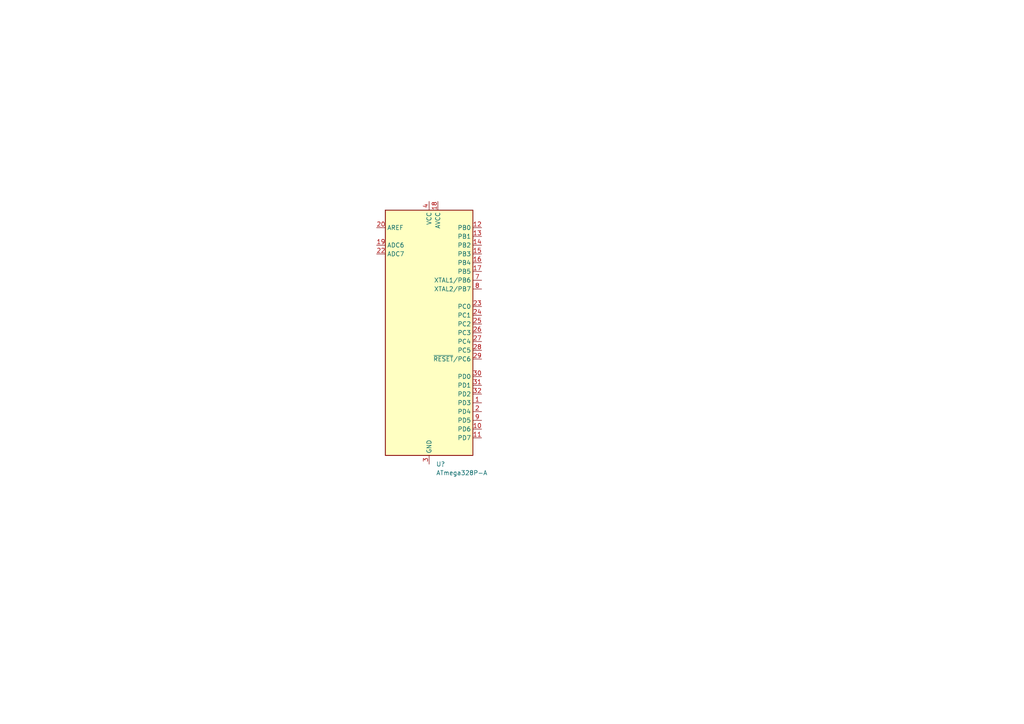
<source format=kicad_sch>
(kicad_sch (version 20211123) (generator eeschema)
  (paper "A4")
  (lib_symbols
    (symbol "MCU_Microchip_ATmega:ATmega328P-A"
      (property "Reference" "U" (at -12.7 36.83 0))
      (property "Value" "ATmega328P-A" (at 2.54 -36.83 0))
      (symbol "ATmega328P-A_0_1"
        (rectangle (start -12.7 -35.56) (end 12.7 35.56) (stroke (width 0.254)) (fill (type background)))
      )
      (symbol "ATmega328P-A_1_1"
        (pin bidirectional line (at 15.24 -20.32 180) (length 2.54) (name "PD3") (number "1"))
        (pin bidirectional line (at 15.24 -27.94 180) (length 2.54) (name "PD6") (number "10"))
        (pin bidirectional line (at 15.24 -30.48 180) (length 2.54) (name "PD7") (number "11"))
        (pin bidirectional line (at 15.24 30.48 180) (length 2.54) (name "PB0") (number "12"))
        (pin bidirectional line (at 15.24 27.94 180) (length 2.54) (name "PB1") (number "13"))
        (pin bidirectional line (at 15.24 25.4 180) (length 2.54) (name "PB2") (number "14"))
        (pin bidirectional line (at 15.24 22.86 180) (length 2.54) (name "PB3") (number "15"))
        (pin bidirectional line (at 15.24 20.32 180) (length 2.54) (name "PB4") (number "16"))
        (pin bidirectional line (at 15.24 17.78 180) (length 2.54) (name "PB5") (number "17"))
        (pin power_in line (at 2.54 38.1 270) (length 2.54) (name "AVCC") (number "18"))
        (pin input line (at -15.24 25.4 0) (length 2.54) (name "ADC6") (number "19"))
        (pin bidirectional line (at 15.24 -22.86 180) (length 2.54) (name "PD4") (number "2"))
        (pin passive line (at -15.24 30.48 0) (length 2.54) (name "AREF") (number "20"))
        (pin passive line (at 0 -38.1 90) (length 2.54) hide (name "GND") (number "21"))
        (pin input line (at -15.24 22.86 0) (length 2.54) (name "ADC7") (number "22"))
        (pin bidirectional line (at 15.24 7.62 180) (length 2.54) (name "PC0") (number "23"))
        (pin bidirectional line (at 15.24 5.08 180) (length 2.54) (name "PC1") (number "24"))
        (pin bidirectional line (at 15.24 2.54 180) (length 2.54) (name "PC2") (number "25"))
        (pin bidirectional line (at 15.24 0 180) (length 2.54) (name "PC3") (number "26"))
        (pin bidirectional line (at 15.24 -2.54 180) (length 2.54) (name "PC4") (number "27"))
        (pin bidirectional line (at 15.24 -5.08 180) (length 2.54) (name "PC5") (number "28"))
        (pin bidirectional line (at 15.24 -7.62 180) (length 2.54) (name "~{RESET}/PC6") (number "29"))
        (pin power_in line (at 0 -38.1 90) (length 2.54) (name "GND") (number "3"))
        (pin bidirectional line (at 15.24 -12.7 180) (length 2.54) (name "PD0") (number "30"))
        (pin bidirectional line (at 15.24 -15.24 180) (length 2.54) (name "PD1") (number "31"))
        (pin bidirectional line (at 15.24 -17.78 180) (length 2.54) (name "PD2") (number "32"))
        (pin power_in line (at 0 38.1 270) (length 2.54) (name "VCC") (number "4"))
        (pin passive line (at 0 -38.1 90) (length 2.54) hide (name "GND") (number "5"))
        (pin passive line (at 0 38.1 270) (length 2.54) hide (name "VCC") (number "6"))
        (pin bidirectional line (at 15.24 15.24 180) (length 2.54) (name "XTAL1/PB6") (number "7"))
        (pin bidirectional line (at 15.24 12.7 180) (length 2.54) (name "XTAL2/PB7") (number "8"))
        (pin bidirectional line (at 15.24 -25.4 180) (length 2.54) (name "PD5") (number "9"))
      )
    )
  )
  (symbol (lib_id "MCU_Microchip_ATmega:ATmega328P-A") (at 124.46 96.52 0) (unit 1)
    (property "Reference" "U?" (at 126.4794 134.62 0) (effects (justify left)))
    (property "Value" "ATmega328P-A" (at 126.4794 137.16 0) (effects (justify left)))
    (property "Footprint" "Package_QFP:TQFP-32_7x7mm_P0.8mm" (effects hide))
    (property "Datasheet" "http://ww1.microchip.com/downloads/en/DeviceDoc/ATmega328_P%20AVR%20MCU%20with%20picoPower%20Technology%20Data%20Sheet%2040001984A.pdf" (effects hide))
  )
)
</source>
